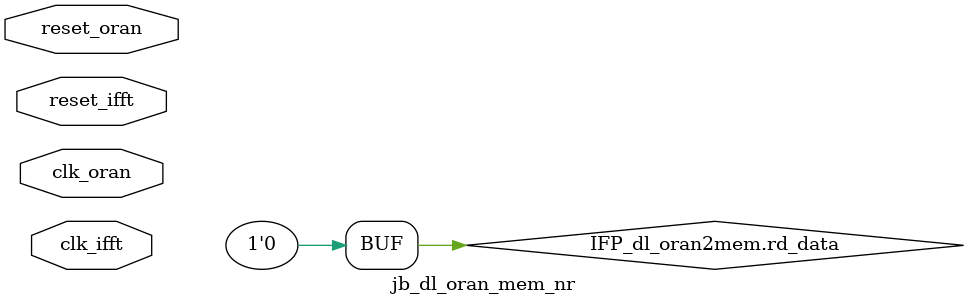
<source format=sv>

`timescale 1ns / 1ps

module jb_dl_oran_mem_nr # (
    parameter N_ANTENNAS = 4,
    parameter IFFT_DATA_WIDTH = 16,
    parameter FH_DATA_WIDTH = 64

) (

      input 		       clk_oran,
      input 		       reset_oran,
      input 		       clk_ifft,
      input 		       reset_ifft,
      jb_ram_sp_if.mem         IFP_dl_oran2mem,
      jb_ram_sp_if.mem         IFP_dl_mem2ifft
   );

logic rsta_busy;
logic rstb_busy;

assign IFP_dl_oran2mem.rd_data=0;
   //----------- Memory  INSTANTIATION 
   dl_oran_mem_4kx64 u_dl_oran_mem_4kx64 (
    .clka(clk_oran),    // input wire clka
    .ena(IFP_dl_oran2mem.en),      // input wire ena
    .wea(IFP_dl_oran2mem.wr_en[0]),      // input wire [0 : 0] wea
    .addra(IFP_dl_oran2mem.addr),  // input wire [10 : 0] addra
    .dina(IFP_dl_oran2mem.wr_data),    // input wire [63 : 0] dina
    .clkb(clk_ifft),    // input wire clkb
    .rstb(reset_ifft),            // input wire rstb
    .enb(IFP_dl_mem2ifft.en),      // input wire enb
    .addrb(IFP_dl_mem2ifft.addr),  // input wire [11 : 0] addrb
    .doutb(IFP_dl_mem2ifft.rd_data),  // output wire [31 : 0] doutb
    
  .rsta_busy(rsta_busy),  // output wire rsta_busy
  .rstb_busy(rstb_busy)  // output wire rstb_busy
 );

endmodule // jb_dl_oran

                  

</source>
